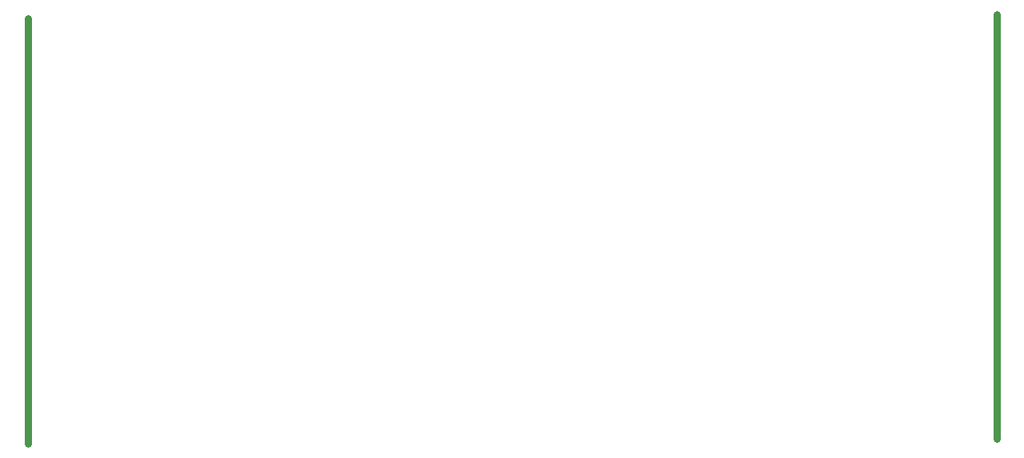
<source format=gbr>
%TF.GenerationSoftware,KiCad,Pcbnew,7.0.7*%
%TF.CreationDate,2023-10-11T17:25:23+01:00*%
%TF.ProjectId,Ru-PerfBoard,52752d50-6572-4664-926f-6172642e6b69,rev?*%
%TF.SameCoordinates,Original*%
%TF.FileFunction,Other,User*%
%FSLAX46Y46*%
G04 Gerber Fmt 4.6, Leading zero omitted, Abs format (unit mm)*
G04 Created by KiCad (PCBNEW 7.0.7) date 2023-10-11 17:25:23*
%MOMM*%
%LPD*%
G01*
G04 APERTURE LIST*
%ADD10C,0.750000*%
G04 APERTURE END LIST*
D10*
X125000000Y-85500000D02*
X125000000Y-130500000D01*
X227500000Y-85000000D02*
X227500000Y-130000000D01*
M02*

</source>
